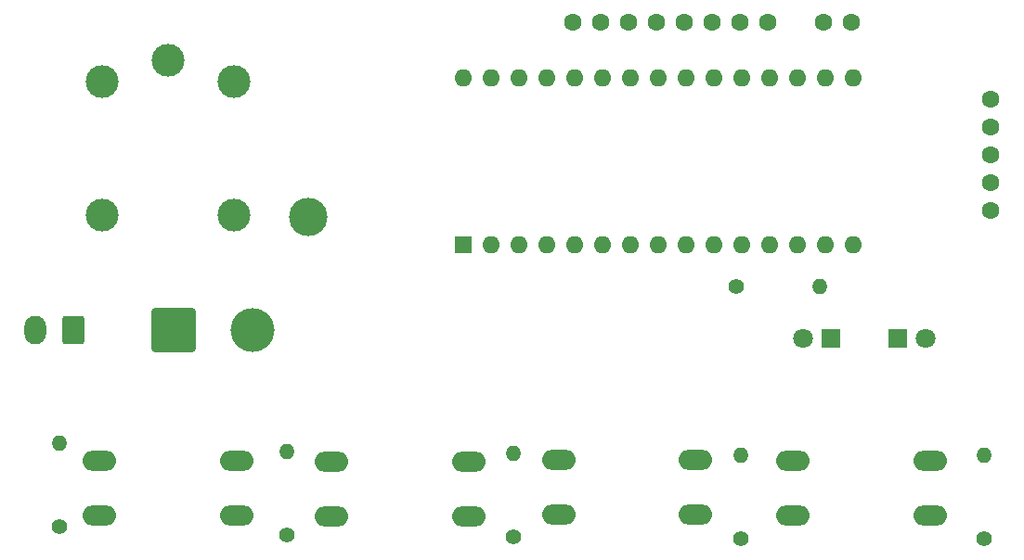
<source format=gbr>
%TF.GenerationSoftware,KiCad,Pcbnew,(6.0.7)*%
%TF.CreationDate,2023-08-25T11:33:14-04:00*%
%TF.ProjectId,Timer V4,54696d65-7220-4563-942e-6b696361645f,rev?*%
%TF.SameCoordinates,Original*%
%TF.FileFunction,Soldermask,Bot*%
%TF.FilePolarity,Negative*%
%FSLAX46Y46*%
G04 Gerber Fmt 4.6, Leading zero omitted, Abs format (unit mm)*
G04 Created by KiCad (PCBNEW (6.0.7)) date 2023-08-25 11:33:14*
%MOMM*%
%LPD*%
G01*
G04 APERTURE LIST*
G04 Aperture macros list*
%AMRoundRect*
0 Rectangle with rounded corners*
0 $1 Rounding radius*
0 $2 $3 $4 $5 $6 $7 $8 $9 X,Y pos of 4 corners*
0 Add a 4 corners polygon primitive as box body*
4,1,4,$2,$3,$4,$5,$6,$7,$8,$9,$2,$3,0*
0 Add four circle primitives for the rounded corners*
1,1,$1+$1,$2,$3*
1,1,$1+$1,$4,$5*
1,1,$1+$1,$6,$7*
1,1,$1+$1,$8,$9*
0 Add four rect primitives between the rounded corners*
20,1,$1+$1,$2,$3,$4,$5,0*
20,1,$1+$1,$4,$5,$6,$7,0*
20,1,$1+$1,$6,$7,$8,$9,0*
20,1,$1+$1,$8,$9,$2,$3,0*%
G04 Aperture macros list end*
%ADD10C,3.500000*%
%ADD11C,1.600000*%
%ADD12RoundRect,0.250000X0.750000X1.050000X-0.750000X1.050000X-0.750000X-1.050000X0.750000X-1.050000X0*%
%ADD13O,2.000000X2.600000*%
%ADD14O,3.048000X1.850000*%
%ADD15C,1.400000*%
%ADD16O,1.400000X1.400000*%
%ADD17C,4.000000*%
%ADD18RoundRect,0.250000X-1.750000X-1.750000X1.750000X-1.750000X1.750000X1.750000X-1.750000X1.750000X0*%
%ADD19C,3.000000*%
%ADD20R,1.800000X1.800000*%
%ADD21C,1.800000*%
%ADD22R,1.600000X1.600000*%
%ADD23O,1.600000X1.600000*%
G04 APERTURE END LIST*
D10*
%TO.C,GND*%
X135255000Y-71755000D03*
%TD*%
D11*
%TO.C,D10*%
X197485000Y-66040000D03*
%TD*%
%TO.C,D9*%
X197485000Y-63500000D03*
%TD*%
%TO.C,D11*%
X197485000Y-68580000D03*
%TD*%
%TO.C,D12*%
X197485000Y-71120000D03*
%TD*%
%TO.C,D8*%
X197485000Y-60960000D03*
%TD*%
%TO.C,3.3V*%
X182245000Y-53975000D03*
%TD*%
%TO.C,A4*%
X167005000Y-53975000D03*
%TD*%
%TO.C,A5*%
X164465000Y-53975000D03*
%TD*%
%TO.C,D13*%
X184785000Y-53975000D03*
%TD*%
%TO.C,A3*%
X169545000Y-53975000D03*
%TD*%
%TO.C,A2*%
X172085000Y-53975000D03*
%TD*%
%TO.C,A7*%
X159385000Y-53975000D03*
%TD*%
%TO.C,A6*%
X161925000Y-53975000D03*
%TD*%
%TO.C,A0*%
X177165000Y-53975000D03*
%TD*%
%TO.C,A1*%
X174625000Y-53975000D03*
%TD*%
D12*
%TO.C,V1*%
X113836000Y-82042000D03*
D13*
X110336000Y-82042000D03*
%TD*%
D14*
%TO.C,SW4*%
X191914000Y-94020000D03*
X179414000Y-94020000D03*
X191914000Y-99020000D03*
X179414000Y-99020000D03*
%TD*%
%TO.C,SW3*%
X158058485Y-98893000D03*
X170558485Y-98893000D03*
X158058485Y-93893000D03*
X170558485Y-93893000D03*
%TD*%
%TO.C,SW2*%
X137359891Y-99083500D03*
X149859891Y-99083500D03*
X137359891Y-94083500D03*
X149859891Y-94083500D03*
%TD*%
%TO.C,SW1*%
X116188000Y-99020000D03*
X128688000Y-99020000D03*
X116188000Y-94020000D03*
X128688000Y-94020000D03*
%TD*%
D15*
%TO.C,R6*%
X196850000Y-101155500D03*
D16*
X196850000Y-93535500D03*
%TD*%
%TO.C,R5*%
X181864000Y-78105000D03*
D15*
X174244000Y-78105000D03*
%TD*%
%TO.C,R4*%
X174677782Y-101155500D03*
D16*
X174677782Y-93535500D03*
%TD*%
D15*
%TO.C,R3*%
X153959188Y-100965000D03*
D16*
X153959188Y-93345000D03*
%TD*%
D15*
%TO.C,R2*%
X133240594Y-100774500D03*
D16*
X133240594Y-93154500D03*
%TD*%
D15*
%TO.C,R1*%
X112522000Y-100012500D03*
D16*
X112522000Y-92392500D03*
%TD*%
D17*
%TO.C,LS1*%
X130136000Y-82042000D03*
D18*
X122936000Y-82042000D03*
%TD*%
D19*
%TO.C,Relay*%
X122428000Y-57404000D03*
X128428000Y-71604000D03*
X116428000Y-71604000D03*
X116428000Y-59404000D03*
X128428000Y-59404000D03*
%TD*%
D20*
%TO.C,D2*%
X188971000Y-82804000D03*
D21*
X191511000Y-82804000D03*
%TD*%
D20*
%TO.C,D1*%
X182885000Y-82804000D03*
D21*
X180345000Y-82804000D03*
%TD*%
D22*
%TO.C,A1*%
X149352000Y-74285000D03*
D23*
X151892000Y-74285000D03*
X154432000Y-74285000D03*
X156972000Y-74285000D03*
X159512000Y-74285000D03*
X162052000Y-74285000D03*
X164592000Y-74285000D03*
X167132000Y-74285000D03*
X169672000Y-74285000D03*
X172212000Y-74285000D03*
X174752000Y-74285000D03*
X177292000Y-74285000D03*
X179832000Y-74285000D03*
X182372000Y-74285000D03*
X184912000Y-74285000D03*
X184912000Y-59045000D03*
X182372000Y-59045000D03*
X179832000Y-59045000D03*
X177292000Y-59045000D03*
X174752000Y-59045000D03*
X172212000Y-59045000D03*
X169672000Y-59045000D03*
X167132000Y-59045000D03*
X164592000Y-59045000D03*
X162052000Y-59045000D03*
X159512000Y-59045000D03*
X156972000Y-59045000D03*
X154432000Y-59045000D03*
X151892000Y-59045000D03*
X149352000Y-59045000D03*
%TD*%
M02*

</source>
